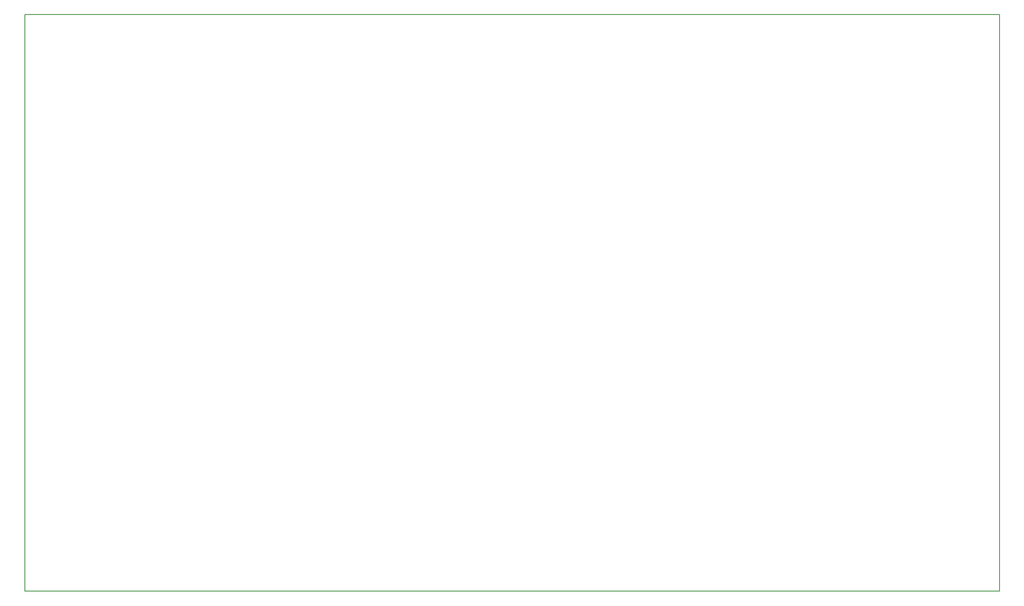
<source format=gbr>
G04 #@! TF.GenerationSoftware,KiCad,Pcbnew,(5.0.0-rc2-dev-586-g888c43477)*
G04 #@! TF.CreationDate,2018-06-04T00:41:45-03:00*
G04 #@! TF.ProjectId,Mcc18,4D636331382E6B696361645F70636200,rev?*
G04 #@! TF.SameCoordinates,Original*
G04 #@! TF.FileFunction,Profile,NP*
%FSLAX46Y46*%
G04 Gerber Fmt 4.6, Leading zero omitted, Abs format (unit mm)*
G04 Created by KiCad (PCBNEW (5.0.0-rc2-dev-586-g888c43477)) date 06/04/18 00:41:45*
%MOMM*%
%LPD*%
G01*
G04 APERTURE LIST*
%ADD10C,0.150000*%
G04 APERTURE END LIST*
D10*
X249174000Y-147066000D02*
X249174000Y-152400000D01*
X50038000Y-147066000D02*
X50038000Y-152400000D01*
X50038000Y-39878000D02*
X50038000Y-34544000D01*
X249174000Y-39878000D02*
X249174000Y-34544000D01*
X50038000Y-147066000D02*
X50038000Y-39878000D01*
X249174000Y-152400000D02*
X50038000Y-152400000D01*
X249174000Y-39878000D02*
X249174000Y-147066000D01*
X50038000Y-34544000D02*
X249174000Y-34544000D01*
M02*

</source>
